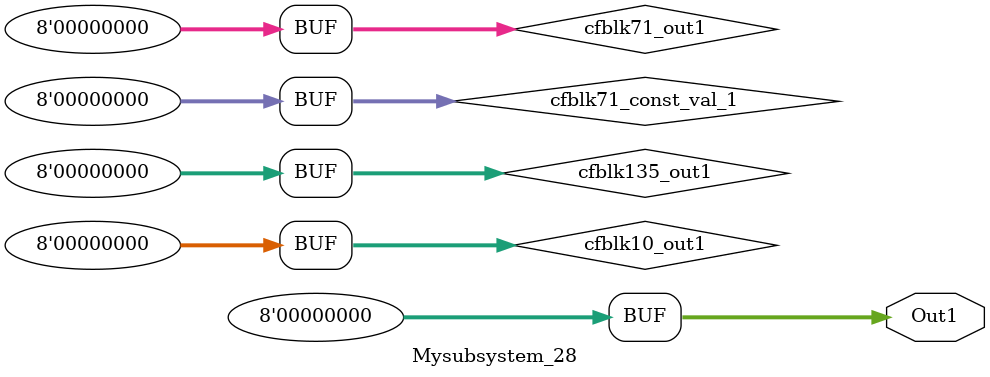
<source format=v>



`timescale 1 ns / 1 ns

module Mysubsystem_28
          (Out1);


  output  [7:0] Out1;  // uint8


  wire [7:0] cfblk135_out1;  // uint8
  wire [7:0] cfblk10_out1;  // uint8
  wire [7:0] cfblk71_const_val_1;  // uint8
  wire [7:0] cfblk71_out1;  // uint8


  assign cfblk135_out1 = 8'b00000000;



  assign cfblk10_out1 = (cfblk135_out1 > 8'b00000000 ? 8'b00000001 :
              8'b00000000);



  assign cfblk71_const_val_1 = 8'b00000000;



  assign cfblk71_out1 = cfblk10_out1 + cfblk71_const_val_1;



  assign Out1 = cfblk71_out1;

endmodule  // Mysubsystem_28


</source>
